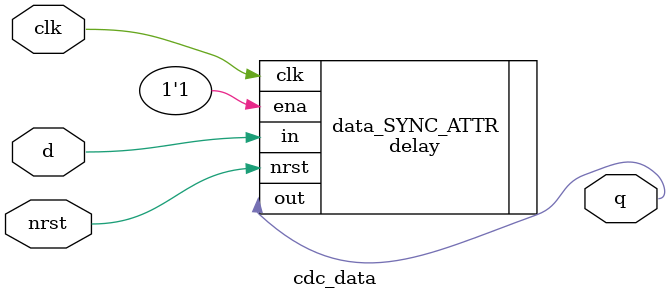
<source format=sv>



/* --- INSTANTIATION TEMPLATE BEGIN ---

cdc_data CD [31:0] (
  .clk( {32{clk}} ),
  .nrst( {32{1'b1}} ),
  .d( ext_data[31:0] ),
  .q( synchronized_data[31:0] )
);

--- INSTANTIATION TEMPLATE END ---*/


module cdc_data(
  input clk,
  input nrst,
  input d,
  output q
);

delay #(
    .LENGTH( 2 ),
    .WIDTH( 1 )
    // .TYPE( "CELLS" ),
    // .REGISTER_OUTPUTS( "FALSE" )
) data_SYNC_ATTR (
    .clk( clk ),
    .nrst( nrst ),
    .ena( 1'b1 ),

    .in( d ),
    .out( q )
);

endmodule


</source>
